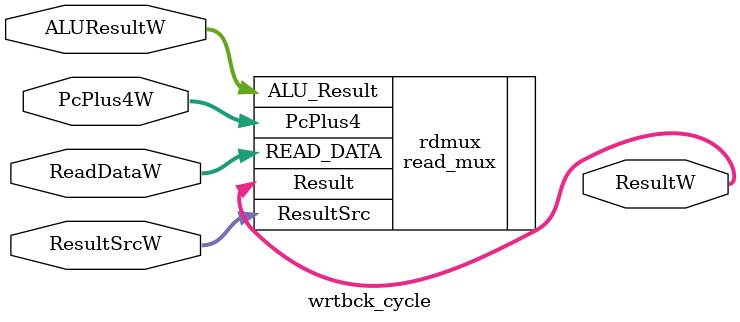
<source format=v>

module wrtbck_cycle
(

output [31:0] ResultW,
input  [1:0]  ResultSrcW,
input  [31:0] ALUResultW,ReadDataW,PcPlus4W
);


read_mux rdmux(

.Result(ResultW),
.ResultSrc(ResultSrcW),
.ALU_Result(ALUResultW),
.READ_DATA(ReadDataW),
.PcPlus4(PcPlus4W)
);

endmodule
</source>
